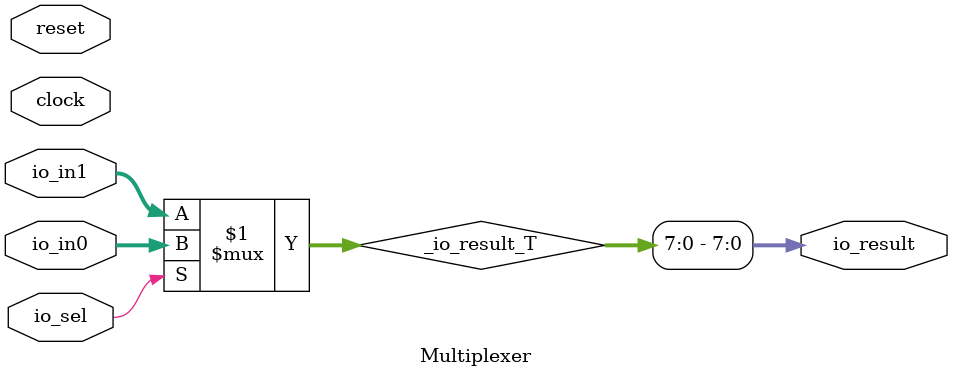
<source format=v>
module Multiplexer(
  input         clock,
  input         reset,
  input  [15:0] io_in0,
  input  [15:0] io_in1,
  input         io_sel,
  output [7:0]  io_result
);
  wire [15:0] _io_result_T = io_sel ? io_in0 : io_in1; // @[Multiplexer.scala 12:19]
  assign io_result = _io_result_T[7:0]; // @[Multiplexer.scala 12:13]
endmodule

</source>
